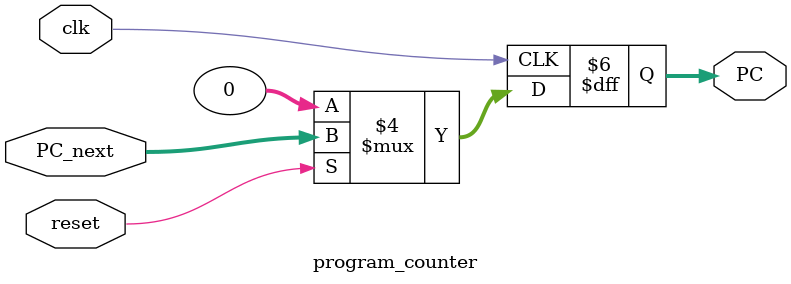
<source format=v>
`timescale 1ns / 1ps


module program_counter(
    input [31:0] PC_next,
    input clk,reset,
    output reg [31:0] PC
    );
    
    
    always @(posedge clk)
    begin
        if (reset == 1'b0) PC <= 32'h00000000;
        else PC <= PC_next;
    end
    
endmodule

</source>
